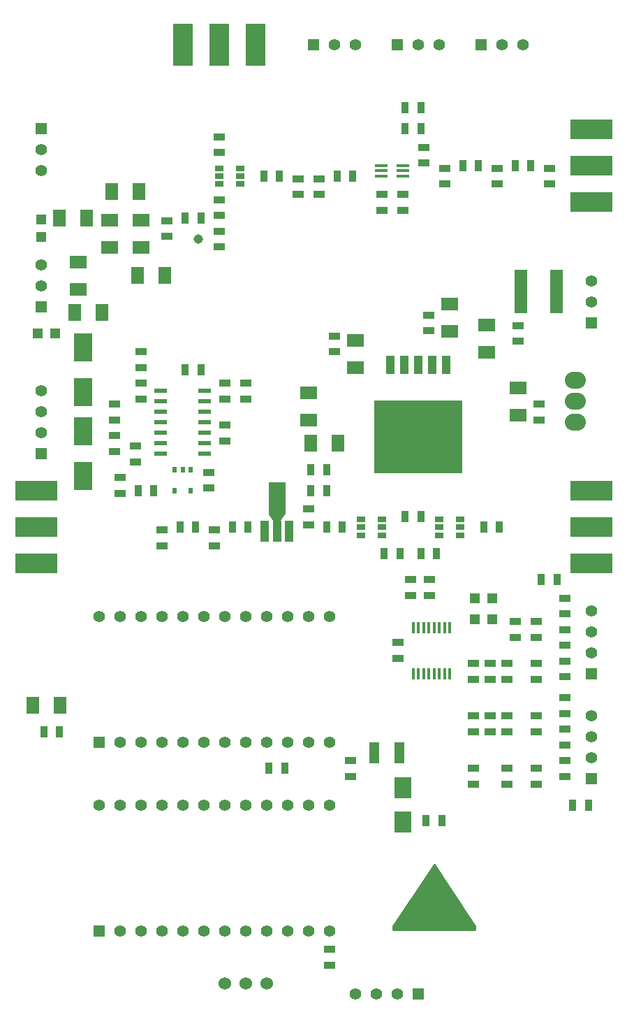
<source format=gts>
%FSLAX34Y34*%
G04 Gerber Fmt 3.4, Leading zero omitted, Abs format*
G04 (created by PCBNEW (2014-03-19 BZR 4756)-product) date Thu May 22 10:07:56 2014*
%MOIN*%
G01*
G70*
G90*
G04 APERTURE LIST*
%ADD10C,0.005906*%
%ADD11R,0.035000X0.055000*%
%ADD12R,0.080000X0.060000*%
%ADD13R,0.055000X0.035000*%
%ADD14R,0.060000X0.080000*%
%ADD15R,0.047200X0.047200*%
%ADD16R,0.090600X0.137800*%
%ADD17R,0.200787X0.094488*%
%ADD18R,0.094488X0.200787*%
%ADD19R,0.055000X0.055000*%
%ADD20C,0.055000*%
%ADD21C,0.045000*%
%ADD22R,0.050000X0.100000*%
%ADD23C,0.060000*%
%ADD24R,0.042000X0.090000*%
%ADD25R,0.420000X0.350000*%
%ADD26R,0.039400X0.098500*%
%ADD27R,0.078700X0.157500*%
%ADD28R,0.039400X0.027600*%
%ADD29R,0.059100X0.015700*%
%ADD30R,0.015748X0.055118*%
%ADD31R,0.020000X0.030000*%
%ADD32R,0.059055X0.023622*%
%ADD33R,0.059100X0.208700*%
%ADD34R,0.079900X0.104400*%
%ADD35O,0.100000X0.080000*%
%ADD36C,0.010000*%
G04 APERTURE END LIST*
G54D10*
G54D11*
X23375Y-37000D03*
X24125Y-37000D03*
G54D12*
X35500Y-27350D03*
X35500Y-28650D03*
G54D13*
X32750Y-27625D03*
X32750Y-26875D03*
G54D12*
X33750Y-27650D03*
X33750Y-26350D03*
G54D13*
X37000Y-27375D03*
X37000Y-28125D03*
G54D11*
X27875Y-37000D03*
X28625Y-37000D03*
G54D12*
X29250Y-28100D03*
X29250Y-29400D03*
G54D14*
X27100Y-33000D03*
X28400Y-33000D03*
G54D13*
X22750Y-19125D03*
X22750Y-18375D03*
X22750Y-22125D03*
X22750Y-21375D03*
X28250Y-27875D03*
X28250Y-28625D03*
G54D11*
X27125Y-34250D03*
X27875Y-34250D03*
X27125Y-35250D03*
X27875Y-35250D03*
X15125Y-46750D03*
X14375Y-46750D03*
X31625Y-36500D03*
X32375Y-36500D03*
G54D14*
X15150Y-45500D03*
X13850Y-45500D03*
G54D11*
X24875Y-20250D03*
X25625Y-20250D03*
G54D13*
X26500Y-21125D03*
X26500Y-20375D03*
X29000Y-48125D03*
X29000Y-48875D03*
X28000Y-57125D03*
X28000Y-57875D03*
G54D11*
X35375Y-37000D03*
X36125Y-37000D03*
G54D13*
X30500Y-21875D03*
X30500Y-21125D03*
G54D11*
X31625Y-17000D03*
X32375Y-17000D03*
X31625Y-18000D03*
X32375Y-18000D03*
X34375Y-19750D03*
X35125Y-19750D03*
G54D13*
X31275Y-42500D03*
X31275Y-43250D03*
X31875Y-40250D03*
X31875Y-39500D03*
X17750Y-32625D03*
X17750Y-33375D03*
X19000Y-30125D03*
X19000Y-30875D03*
X22250Y-34375D03*
X22250Y-35125D03*
G54D11*
X21125Y-29500D03*
X21875Y-29500D03*
G54D13*
X24000Y-30875D03*
X24000Y-30125D03*
G54D15*
X14087Y-27750D03*
X14913Y-27750D03*
X14250Y-22337D03*
X14250Y-23163D03*
X35788Y-41375D03*
X34962Y-41375D03*
X35788Y-40375D03*
X34962Y-40375D03*
G54D16*
X16250Y-28437D03*
X16250Y-30563D03*
X16250Y-34563D03*
X16250Y-32437D03*
G54D17*
X14000Y-37000D03*
X14000Y-35267D03*
X14000Y-38732D03*
G54D18*
X22750Y-14000D03*
X24482Y-14000D03*
X21017Y-14000D03*
G54D17*
X40500Y-37000D03*
X40500Y-35267D03*
X40500Y-38732D03*
X40500Y-19750D03*
X40500Y-18017D03*
X40500Y-21482D03*
G54D19*
X14250Y-18000D03*
G54D20*
X14250Y-19000D03*
X14250Y-20000D03*
G54D19*
X40500Y-27250D03*
G54D20*
X40500Y-26250D03*
X40500Y-25250D03*
G54D19*
X14250Y-26500D03*
G54D20*
X14250Y-25500D03*
X14250Y-24500D03*
G54D13*
X27000Y-36125D03*
X27000Y-36875D03*
G54D11*
X29125Y-20250D03*
X28375Y-20250D03*
G54D13*
X32500Y-18875D03*
X32500Y-19625D03*
G54D21*
X21750Y-23250D03*
G54D19*
X40500Y-44000D03*
G54D20*
X40500Y-43000D03*
X40500Y-42000D03*
X40500Y-41000D03*
G54D19*
X40500Y-49000D03*
G54D20*
X40500Y-48000D03*
X40500Y-47000D03*
X40500Y-46000D03*
G54D19*
X14250Y-33500D03*
G54D20*
X14250Y-32500D03*
X14250Y-31500D03*
X14250Y-30500D03*
G54D13*
X20000Y-37875D03*
X20000Y-37125D03*
G54D11*
X20875Y-37000D03*
X21625Y-37000D03*
G54D13*
X22500Y-37875D03*
X22500Y-37125D03*
G54D14*
X15100Y-22250D03*
X16400Y-22250D03*
X17600Y-21000D03*
X18900Y-21000D03*
X15850Y-26750D03*
X17150Y-26750D03*
G54D12*
X17500Y-23650D03*
X17500Y-22350D03*
X16000Y-24350D03*
X16000Y-25650D03*
G54D13*
X20250Y-23125D03*
X20250Y-22375D03*
G54D12*
X27000Y-30600D03*
X27000Y-31900D03*
G54D11*
X21125Y-22250D03*
X21875Y-22250D03*
G54D13*
X22750Y-23625D03*
X22750Y-22875D03*
G54D11*
X31375Y-38250D03*
X30625Y-38250D03*
X32375Y-38250D03*
X33125Y-38250D03*
G54D13*
X27500Y-20375D03*
X27500Y-21125D03*
G54D11*
X25125Y-48500D03*
X25875Y-48500D03*
G54D22*
X30150Y-47750D03*
X31350Y-47750D03*
G54D13*
X31500Y-21875D03*
X31500Y-21125D03*
X33500Y-19875D03*
X33500Y-20625D03*
X36000Y-20625D03*
X36000Y-19875D03*
G54D11*
X38875Y-39500D03*
X38125Y-39500D03*
G54D13*
X39250Y-44125D03*
X39250Y-43375D03*
X39250Y-45875D03*
X39250Y-45125D03*
X39250Y-46625D03*
X39250Y-47375D03*
G54D11*
X37625Y-19750D03*
X36875Y-19750D03*
G54D13*
X39250Y-40375D03*
X39250Y-41125D03*
X39250Y-42625D03*
X39250Y-41875D03*
G54D11*
X40375Y-50250D03*
X39625Y-50250D03*
G54D13*
X39250Y-48125D03*
X39250Y-48875D03*
X38500Y-20625D03*
X38500Y-19875D03*
X37875Y-48500D03*
X37875Y-49250D03*
X37875Y-46000D03*
X37875Y-46750D03*
X37875Y-43500D03*
X37875Y-44250D03*
X36475Y-48500D03*
X36475Y-49250D03*
X36475Y-46000D03*
X36475Y-46750D03*
X36475Y-43500D03*
X36475Y-44250D03*
G54D11*
X33375Y-51000D03*
X32625Y-51000D03*
G54D13*
X35675Y-46000D03*
X35675Y-46750D03*
X35675Y-43500D03*
X35675Y-44250D03*
X34875Y-48500D03*
X34875Y-49250D03*
X34875Y-46000D03*
X34875Y-46750D03*
X34875Y-43500D03*
X34875Y-44250D03*
X32775Y-40250D03*
X32775Y-39500D03*
X36875Y-42250D03*
X36875Y-41500D03*
X37875Y-42250D03*
X37875Y-41500D03*
X19000Y-29375D03*
X19000Y-28625D03*
X17750Y-31125D03*
X17750Y-31875D03*
G54D11*
X19625Y-35250D03*
X18875Y-35250D03*
G54D13*
X18750Y-33125D03*
X18750Y-33875D03*
X23000Y-30875D03*
X23000Y-30125D03*
X23000Y-32875D03*
X23000Y-32125D03*
G54D23*
X24000Y-58750D03*
X25000Y-58750D03*
X23000Y-58750D03*
G54D24*
X33590Y-29250D03*
G54D25*
X32250Y-32700D03*
G54D24*
X32250Y-29250D03*
X32920Y-29250D03*
X31580Y-29250D03*
X30910Y-29250D03*
G54D26*
X24909Y-37176D03*
X25500Y-37176D03*
X26091Y-37176D03*
G54D27*
X25500Y-35620D03*
G54D10*
G36*
X25894Y-36397D02*
X25697Y-36692D01*
X25303Y-36692D01*
X25106Y-36397D01*
X25894Y-36397D01*
X25894Y-36397D01*
G37*
G54D28*
X29500Y-37375D03*
X29500Y-37000D03*
X29500Y-36625D03*
X30500Y-36625D03*
X30500Y-37000D03*
X30500Y-37375D03*
X23750Y-19875D03*
X23750Y-20250D03*
X23750Y-20625D03*
X22750Y-20625D03*
X22750Y-20250D03*
X22750Y-19875D03*
X34250Y-36625D03*
X34250Y-37000D03*
X34250Y-37375D03*
X33250Y-37375D03*
X33250Y-37000D03*
X33250Y-36625D03*
G54D19*
X17000Y-47250D03*
G54D20*
X18000Y-47250D03*
X19000Y-47250D03*
X20000Y-47250D03*
X21000Y-47250D03*
X22000Y-47250D03*
X23000Y-47250D03*
X24000Y-47250D03*
X25000Y-47250D03*
X26000Y-47250D03*
X27000Y-47250D03*
X28000Y-47250D03*
X28000Y-41250D03*
X27000Y-41250D03*
X26000Y-41250D03*
X25000Y-41250D03*
X24000Y-41250D03*
X23000Y-41250D03*
X22000Y-41250D03*
X21000Y-41250D03*
X20000Y-41250D03*
X19000Y-41250D03*
X18000Y-41250D03*
X17000Y-41250D03*
G54D19*
X17000Y-56250D03*
G54D20*
X18000Y-56250D03*
X19000Y-56250D03*
X20000Y-56250D03*
X21000Y-56250D03*
X22000Y-56250D03*
X23000Y-56250D03*
X24000Y-56250D03*
X25000Y-56250D03*
X26000Y-56250D03*
X27000Y-56250D03*
X28000Y-56250D03*
X28000Y-50250D03*
X27000Y-50250D03*
X26000Y-50250D03*
X25000Y-50250D03*
X24000Y-50250D03*
X23000Y-50250D03*
X22000Y-50250D03*
X21000Y-50250D03*
X20000Y-50250D03*
X19000Y-50250D03*
X18000Y-50250D03*
X17000Y-50250D03*
G54D29*
X30476Y-19744D03*
X30476Y-20000D03*
X30476Y-20256D03*
X31524Y-20256D03*
X31524Y-20000D03*
X31524Y-19744D03*
G54D30*
X32750Y-43977D03*
X33000Y-43977D03*
X33250Y-43977D03*
X33500Y-43977D03*
X32000Y-41772D03*
X32000Y-43977D03*
X32250Y-43977D03*
X32500Y-43977D03*
X33750Y-41772D03*
X33500Y-41772D03*
X33250Y-41772D03*
X33000Y-41772D03*
X32750Y-41772D03*
X32500Y-41772D03*
X33750Y-43977D03*
X32250Y-41772D03*
G54D31*
X21375Y-34250D03*
X20625Y-34250D03*
X21375Y-35250D03*
X21000Y-34250D03*
X20625Y-35250D03*
G54D32*
X19937Y-30500D03*
X19937Y-31000D03*
X19937Y-31500D03*
X19937Y-32000D03*
X19937Y-32500D03*
X19937Y-33000D03*
X19937Y-33500D03*
X22062Y-33500D03*
X22062Y-33000D03*
X22062Y-32500D03*
X22062Y-32000D03*
X22062Y-31500D03*
X22062Y-31000D03*
X22062Y-30500D03*
G54D14*
X20150Y-25000D03*
X18850Y-25000D03*
G54D12*
X19000Y-22350D03*
X19000Y-23650D03*
G54D33*
X38850Y-25750D03*
X37150Y-25750D03*
G54D34*
X31500Y-49429D03*
X31500Y-51071D03*
G54D19*
X32250Y-59250D03*
G54D20*
X31250Y-59250D03*
X30250Y-59250D03*
X29250Y-59250D03*
G54D19*
X27250Y-14000D03*
G54D20*
X28250Y-14000D03*
X29250Y-14000D03*
G54D19*
X31250Y-14000D03*
G54D20*
X32250Y-14000D03*
X33250Y-14000D03*
G54D19*
X35250Y-14000D03*
G54D20*
X36250Y-14000D03*
X37250Y-14000D03*
G54D13*
X18000Y-35375D03*
X18000Y-34625D03*
G54D12*
X37000Y-31650D03*
X37000Y-30350D03*
G54D13*
X38000Y-31875D03*
X38000Y-31125D03*
G54D35*
X39750Y-31000D03*
X39750Y-32000D03*
X39750Y-30000D03*
G54D10*
G36*
X34950Y-56200D02*
X31050Y-56200D01*
X31050Y-56015D01*
X33000Y-53090D01*
X34950Y-56015D01*
X34950Y-56200D01*
X34950Y-56200D01*
G37*
G54D36*
X34950Y-56200D02*
X31050Y-56200D01*
X31050Y-56015D01*
X33000Y-53090D01*
X34950Y-56015D01*
X34950Y-56200D01*
M02*

</source>
